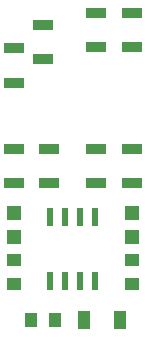
<source format=gtp>
G04 #@! TF.FileFunction,Paste,Top*
%FSLAX46Y46*%
G04 Gerber Fmt 4.6, Leading zero omitted, Abs format (unit mm)*
G04 Created by KiCad (PCBNEW 4.0.4-stable) date 03/22/17 00:01:14*
%MOMM*%
%LPD*%
G01*
G04 APERTURE LIST*
%ADD10C,0.100000*%
%ADD11R,1.700000X0.900000*%
%ADD12R,1.000000X1.600000*%
%ADD13R,1.250000X1.000000*%
%ADD14R,1.198880X1.198880*%
%ADD15R,1.000000X1.250000*%
%ADD16R,0.600000X1.550000*%
G04 APERTURE END LIST*
D10*
D11*
X132000000Y-133050000D03*
X132000000Y-135950000D03*
X129000000Y-135950000D03*
X129000000Y-133050000D03*
X124500000Y-136950000D03*
X124500000Y-134050000D03*
X122000000Y-136050000D03*
X122000000Y-138950000D03*
D12*
X128000000Y-159000000D03*
X131000000Y-159000000D03*
D13*
X132000000Y-154000000D03*
X132000000Y-156000000D03*
X122000000Y-154000000D03*
X122000000Y-156000000D03*
D14*
X122000000Y-149950980D03*
X122000000Y-152049020D03*
D11*
X122000000Y-147450000D03*
X122000000Y-144550000D03*
X132000000Y-147450000D03*
X132000000Y-144550000D03*
D14*
X132000000Y-149950980D03*
X132000000Y-152049020D03*
D11*
X129000000Y-144550000D03*
X129000000Y-147450000D03*
X125000000Y-144550000D03*
X125000000Y-147450000D03*
D15*
X125500000Y-159000000D03*
X123500000Y-159000000D03*
D16*
X128905000Y-150300000D03*
X127635000Y-150300000D03*
X126365000Y-150300000D03*
X125095000Y-150300000D03*
X125095000Y-155700000D03*
X126365000Y-155700000D03*
X127635000Y-155700000D03*
X128905000Y-155700000D03*
M02*

</source>
